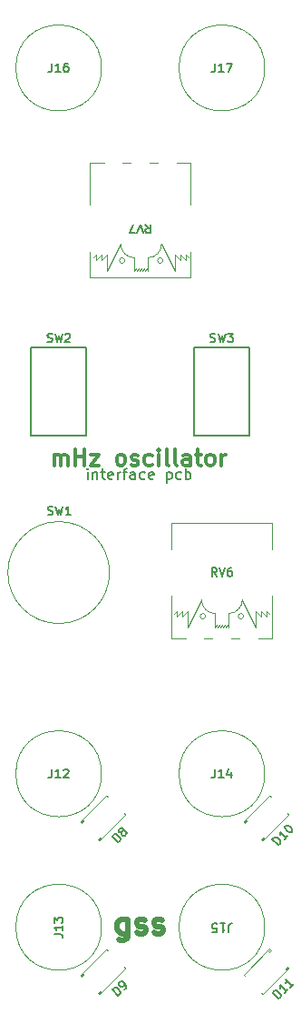
<source format=gbr>
%TF.GenerationSoftware,KiCad,Pcbnew,6.0.4-6f826c9f35~116~ubuntu21.10.1*%
%TF.CreationDate,2022-06-29T09:00:01+02:00*%
%TF.ProjectId,mHz_oscillator,6d487a5f-6f73-4636-996c-6c61746f722e,rev?*%
%TF.SameCoordinates,Original*%
%TF.FileFunction,Legend,Top*%
%TF.FilePolarity,Positive*%
%FSLAX46Y46*%
G04 Gerber Fmt 4.6, Leading zero omitted, Abs format (unit mm)*
G04 Created by KiCad (PCBNEW 6.0.4-6f826c9f35~116~ubuntu21.10.1) date 2022-06-29 09:00:01*
%MOMM*%
%LPD*%
G01*
G04 APERTURE LIST*
%ADD10C,0.375000*%
%ADD11C,0.150000*%
%ADD12C,0.500000*%
%ADD13C,0.120000*%
G04 APERTURE END LIST*
D10*
X-2340571Y43009428D02*
X-2340571Y44009428D01*
X-2340571Y43866571D02*
X-2269142Y43938000D01*
X-2126285Y44009428D01*
X-1911999Y44009428D01*
X-1769142Y43938000D01*
X-1697714Y43795142D01*
X-1697714Y43009428D01*
X-1697714Y43795142D02*
X-1626285Y43938000D01*
X-1483428Y44009428D01*
X-1269142Y44009428D01*
X-1126285Y43938000D01*
X-1054857Y43795142D01*
X-1054857Y43009428D01*
X-340571Y43009428D02*
X-340571Y44509428D01*
X-340571Y43795142D02*
X516571Y43795142D01*
X516571Y43009428D02*
X516571Y44509428D01*
X1088000Y44009428D02*
X1873714Y44009428D01*
X1088000Y43009428D01*
X1873714Y43009428D01*
X3802285Y43009428D02*
X3659428Y43080857D01*
X3588000Y43152285D01*
X3516571Y43295142D01*
X3516571Y43723714D01*
X3588000Y43866571D01*
X3659428Y43938000D01*
X3802285Y44009428D01*
X4016571Y44009428D01*
X4159428Y43938000D01*
X4230857Y43866571D01*
X4302285Y43723714D01*
X4302285Y43295142D01*
X4230857Y43152285D01*
X4159428Y43080857D01*
X4016571Y43009428D01*
X3802285Y43009428D01*
X4873714Y43080857D02*
X5016571Y43009428D01*
X5302285Y43009428D01*
X5445142Y43080857D01*
X5516571Y43223714D01*
X5516571Y43295142D01*
X5445142Y43438000D01*
X5302285Y43509428D01*
X5088000Y43509428D01*
X4945142Y43580857D01*
X4873714Y43723714D01*
X4873714Y43795142D01*
X4945142Y43938000D01*
X5088000Y44009428D01*
X5302285Y44009428D01*
X5445142Y43938000D01*
X6802285Y43080857D02*
X6659428Y43009428D01*
X6373714Y43009428D01*
X6230857Y43080857D01*
X6159428Y43152285D01*
X6088000Y43295142D01*
X6088000Y43723714D01*
X6159428Y43866571D01*
X6230857Y43938000D01*
X6373714Y44009428D01*
X6659428Y44009428D01*
X6802285Y43938000D01*
X7445142Y43009428D02*
X7445142Y44009428D01*
X7445142Y44509428D02*
X7373714Y44438000D01*
X7445142Y44366571D01*
X7516571Y44438000D01*
X7445142Y44509428D01*
X7445142Y44366571D01*
X8373714Y43009428D02*
X8230857Y43080857D01*
X8159428Y43223714D01*
X8159428Y44509428D01*
X9159428Y43009428D02*
X9016571Y43080857D01*
X8945142Y43223714D01*
X8945142Y44509428D01*
X10373714Y43009428D02*
X10373714Y43795142D01*
X10302285Y43938000D01*
X10159428Y44009428D01*
X9873714Y44009428D01*
X9730857Y43938000D01*
X10373714Y43080857D02*
X10230857Y43009428D01*
X9873714Y43009428D01*
X9730857Y43080857D01*
X9659428Y43223714D01*
X9659428Y43366571D01*
X9730857Y43509428D01*
X9873714Y43580857D01*
X10230857Y43580857D01*
X10373714Y43652285D01*
X10873714Y44009428D02*
X11445142Y44009428D01*
X11088000Y44509428D02*
X11088000Y43223714D01*
X11159428Y43080857D01*
X11302285Y43009428D01*
X11445142Y43009428D01*
X12159428Y43009428D02*
X12016571Y43080857D01*
X11945142Y43152285D01*
X11873714Y43295142D01*
X11873714Y43723714D01*
X11945142Y43866571D01*
X12016571Y43938000D01*
X12159428Y44009428D01*
X12373714Y44009428D01*
X12516571Y43938000D01*
X12588000Y43866571D01*
X12659428Y43723714D01*
X12659428Y43295142D01*
X12588000Y43152285D01*
X12516571Y43080857D01*
X12373714Y43009428D01*
X12159428Y43009428D01*
X13302285Y43009428D02*
X13302285Y44009428D01*
X13302285Y43723714D02*
X13373714Y43866571D01*
X13445142Y43938000D01*
X13588000Y44009428D01*
X13730857Y44009428D01*
D11*
X802285Y41711619D02*
X802285Y42378285D01*
X802285Y42711619D02*
X754666Y42664000D01*
X802285Y42616380D01*
X849904Y42664000D01*
X802285Y42711619D01*
X802285Y42616380D01*
X1278476Y42378285D02*
X1278476Y41711619D01*
X1278476Y42283047D02*
X1326095Y42330666D01*
X1421333Y42378285D01*
X1564190Y42378285D01*
X1659428Y42330666D01*
X1707047Y42235428D01*
X1707047Y41711619D01*
X2040380Y42378285D02*
X2421333Y42378285D01*
X2183238Y42711619D02*
X2183238Y41854476D01*
X2230857Y41759238D01*
X2326095Y41711619D01*
X2421333Y41711619D01*
X3135619Y41759238D02*
X3040380Y41711619D01*
X2849904Y41711619D01*
X2754666Y41759238D01*
X2707047Y41854476D01*
X2707047Y42235428D01*
X2754666Y42330666D01*
X2849904Y42378285D01*
X3040380Y42378285D01*
X3135619Y42330666D01*
X3183238Y42235428D01*
X3183238Y42140190D01*
X2707047Y42044952D01*
X3611809Y41711619D02*
X3611809Y42378285D01*
X3611809Y42187809D02*
X3659428Y42283047D01*
X3707047Y42330666D01*
X3802285Y42378285D01*
X3897523Y42378285D01*
X4088000Y42378285D02*
X4468952Y42378285D01*
X4230857Y41711619D02*
X4230857Y42568761D01*
X4278476Y42664000D01*
X4373714Y42711619D01*
X4468952Y42711619D01*
X5230857Y41711619D02*
X5230857Y42235428D01*
X5183238Y42330666D01*
X5088000Y42378285D01*
X4897523Y42378285D01*
X4802285Y42330666D01*
X5230857Y41759238D02*
X5135619Y41711619D01*
X4897523Y41711619D01*
X4802285Y41759238D01*
X4754666Y41854476D01*
X4754666Y41949714D01*
X4802285Y42044952D01*
X4897523Y42092571D01*
X5135619Y42092571D01*
X5230857Y42140190D01*
X6135619Y41759238D02*
X6040380Y41711619D01*
X5849904Y41711619D01*
X5754666Y41759238D01*
X5707047Y41806857D01*
X5659428Y41902095D01*
X5659428Y42187809D01*
X5707047Y42283047D01*
X5754666Y42330666D01*
X5849904Y42378285D01*
X6040380Y42378285D01*
X6135619Y42330666D01*
X6945142Y41759238D02*
X6849904Y41711619D01*
X6659428Y41711619D01*
X6564190Y41759238D01*
X6516571Y41854476D01*
X6516571Y42235428D01*
X6564190Y42330666D01*
X6659428Y42378285D01*
X6849904Y42378285D01*
X6945142Y42330666D01*
X6992761Y42235428D01*
X6992761Y42140190D01*
X6516571Y42044952D01*
X8183238Y42378285D02*
X8183238Y41378285D01*
X8183238Y42330666D02*
X8278476Y42378285D01*
X8468952Y42378285D01*
X8564190Y42330666D01*
X8611809Y42283047D01*
X8659428Y42187809D01*
X8659428Y41902095D01*
X8611809Y41806857D01*
X8564190Y41759238D01*
X8468952Y41711619D01*
X8278476Y41711619D01*
X8183238Y41759238D01*
X9516571Y41759238D02*
X9421333Y41711619D01*
X9230857Y41711619D01*
X9135619Y41759238D01*
X9088000Y41806857D01*
X9040380Y41902095D01*
X9040380Y42187809D01*
X9088000Y42283047D01*
X9135619Y42330666D01*
X9230857Y42378285D01*
X9421333Y42378285D01*
X9516571Y42330666D01*
X9945142Y41711619D02*
X9945142Y42711619D01*
X9945142Y42330666D02*
X10040380Y42378285D01*
X10230857Y42378285D01*
X10326095Y42330666D01*
X10373714Y42283047D01*
X10421333Y42187809D01*
X10421333Y41902095D01*
X10373714Y41806857D01*
X10326095Y41759238D01*
X10230857Y41711619D01*
X10040380Y41711619D01*
X9945142Y41759238D01*
D12*
X4524523Y746071D02*
X4524523Y-872976D01*
X4429285Y-1063452D01*
X4334047Y-1158690D01*
X4143571Y-1253928D01*
X3857857Y-1253928D01*
X3667380Y-1158690D01*
X4524523Y-492023D02*
X4334047Y-587261D01*
X3953095Y-587261D01*
X3762619Y-492023D01*
X3667380Y-396785D01*
X3572142Y-206309D01*
X3572142Y365119D01*
X3667380Y555595D01*
X3762619Y650833D01*
X3953095Y746071D01*
X4334047Y746071D01*
X4524523Y650833D01*
X5381666Y-492023D02*
X5572142Y-587261D01*
X5953095Y-587261D01*
X6143571Y-492023D01*
X6238809Y-301547D01*
X6238809Y-206309D01*
X6143571Y-15833D01*
X5953095Y79404D01*
X5667380Y79404D01*
X5476904Y174642D01*
X5381666Y365119D01*
X5381666Y460357D01*
X5476904Y650833D01*
X5667380Y746071D01*
X5953095Y746071D01*
X6143571Y650833D01*
X7000714Y-492023D02*
X7191190Y-587261D01*
X7572142Y-587261D01*
X7762619Y-492023D01*
X7857857Y-301547D01*
X7857857Y-206309D01*
X7762619Y-15833D01*
X7572142Y79404D01*
X7286428Y79404D01*
X7095952Y174642D01*
X7000714Y365119D01*
X7000714Y460357D01*
X7095952Y650833D01*
X7286428Y746071D01*
X7572142Y746071D01*
X7762619Y650833D01*
D11*
%TO.C,RV7*%
X6191190Y65449404D02*
X6457857Y65068452D01*
X6648333Y65449404D02*
X6648333Y64649404D01*
X6343571Y64649404D01*
X6267380Y64687500D01*
X6229285Y64725595D01*
X6191190Y64801785D01*
X6191190Y64916071D01*
X6229285Y64992261D01*
X6267380Y65030357D01*
X6343571Y65068452D01*
X6648333Y65068452D01*
X5962619Y64649404D02*
X5695952Y65449404D01*
X5429285Y64649404D01*
X5238809Y64649404D02*
X4705476Y64649404D01*
X5048333Y65449404D01*
%TO.C,D11*%
X18633098Y-6664834D02*
X18067413Y-6099148D01*
X18202100Y-5964461D01*
X18309849Y-5910586D01*
X18417599Y-5910586D01*
X18498411Y-5937524D01*
X18633098Y-6018336D01*
X18713910Y-6099148D01*
X18794722Y-6233835D01*
X18821660Y-6314647D01*
X18821660Y-6422397D01*
X18767785Y-6530147D01*
X18633098Y-6664834D01*
X19495095Y-5802837D02*
X19171846Y-6126086D01*
X19333471Y-5964461D02*
X18767785Y-5398776D01*
X18794722Y-5533463D01*
X18794722Y-5641212D01*
X18767785Y-5722025D01*
X20033843Y-5264089D02*
X19710594Y-5587337D01*
X19872219Y-5425713D02*
X19306533Y-4860028D01*
X19333471Y-4994715D01*
X19333471Y-5102464D01*
X19306533Y-5183276D01*
%TO.C,D8*%
X3648375Y7899065D02*
X3082690Y8464751D01*
X3217377Y8599438D01*
X3325126Y8653313D01*
X3432876Y8653313D01*
X3513688Y8626375D01*
X3648375Y8545563D01*
X3729187Y8464751D01*
X3810000Y8330064D01*
X3836937Y8249252D01*
X3836937Y8141502D01*
X3783062Y8033752D01*
X3648375Y7899065D01*
X3971624Y8868812D02*
X3890812Y8841875D01*
X3836937Y8841875D01*
X3756125Y8868812D01*
X3729187Y8895749D01*
X3702250Y8976562D01*
X3702250Y9030436D01*
X3729187Y9111249D01*
X3836937Y9218998D01*
X3917749Y9245936D01*
X3971624Y9245936D01*
X4052436Y9218998D01*
X4079374Y9192061D01*
X4106311Y9111249D01*
X4106311Y9057374D01*
X4079374Y8976562D01*
X3971624Y8868812D01*
X3944687Y8788000D01*
X3944687Y8734125D01*
X3971624Y8653313D01*
X4079374Y8545563D01*
X4160186Y8518626D01*
X4214061Y8518626D01*
X4294873Y8545563D01*
X4402622Y8653313D01*
X4429560Y8734125D01*
X4429560Y8788000D01*
X4402622Y8868812D01*
X4294873Y8976562D01*
X4214061Y9003499D01*
X4160186Y9003499D01*
X4079374Y8976562D01*
%TO.C,J14*%
X12687380Y14725595D02*
X12687380Y14154166D01*
X12649285Y14039880D01*
X12573095Y13963690D01*
X12458809Y13925595D01*
X12382619Y13925595D01*
X13487380Y13925595D02*
X13030238Y13925595D01*
X13258809Y13925595D02*
X13258809Y14725595D01*
X13182619Y14611309D01*
X13106428Y14535119D01*
X13030238Y14497023D01*
X14173095Y14458928D02*
X14173095Y13925595D01*
X13982619Y14763690D02*
X13792142Y14192261D01*
X14287380Y14192261D01*
%TO.C,D9*%
X3648375Y-6388434D02*
X3082690Y-5822748D01*
X3217377Y-5688061D01*
X3325126Y-5634186D01*
X3432876Y-5634186D01*
X3513688Y-5661124D01*
X3648375Y-5741936D01*
X3729187Y-5822748D01*
X3810000Y-5957435D01*
X3836937Y-6038247D01*
X3836937Y-6145997D01*
X3783062Y-6253747D01*
X3648375Y-6388434D01*
X4240998Y-5795811D02*
X4348748Y-5688061D01*
X4375685Y-5607249D01*
X4375685Y-5553374D01*
X4348748Y-5418687D01*
X4267935Y-5284000D01*
X4052436Y-5068501D01*
X3971624Y-5041563D01*
X3917749Y-5041563D01*
X3836937Y-5068501D01*
X3729187Y-5176250D01*
X3702250Y-5257063D01*
X3702250Y-5310937D01*
X3729187Y-5391750D01*
X3863874Y-5526437D01*
X3944687Y-5553374D01*
X3998561Y-5553374D01*
X4079374Y-5526437D01*
X4187123Y-5418687D01*
X4214061Y-5337875D01*
X4214061Y-5284000D01*
X4187123Y-5203188D01*
%TO.C,J17*%
X12687380Y80438095D02*
X12687380Y79866666D01*
X12649285Y79752380D01*
X12573095Y79676190D01*
X12458809Y79638095D01*
X12382619Y79638095D01*
X13487380Y79638095D02*
X13030238Y79638095D01*
X13258809Y79638095D02*
X13258809Y80438095D01*
X13182619Y80323809D01*
X13106428Y80247619D01*
X13030238Y80209523D01*
X13754047Y80438095D02*
X14287380Y80438095D01*
X13944523Y79638095D01*
%TO.C,SW1*%
X-2915666Y38413690D02*
X-2801380Y38375595D01*
X-2610904Y38375595D01*
X-2534714Y38413690D01*
X-2496619Y38451785D01*
X-2458523Y38527976D01*
X-2458523Y38604166D01*
X-2496619Y38680357D01*
X-2534714Y38718452D01*
X-2610904Y38756547D01*
X-2763285Y38794642D01*
X-2839476Y38832738D01*
X-2877571Y38870833D01*
X-2915666Y38947023D01*
X-2915666Y39023214D01*
X-2877571Y39099404D01*
X-2839476Y39137500D01*
X-2763285Y39175595D01*
X-2572809Y39175595D01*
X-2458523Y39137500D01*
X-2191857Y39175595D02*
X-2001380Y38375595D01*
X-1849000Y38947023D01*
X-1696619Y38375595D01*
X-1506142Y39175595D01*
X-782333Y38375595D02*
X-1239476Y38375595D01*
X-1010904Y38375595D02*
X-1010904Y39175595D01*
X-1087095Y39061309D01*
X-1163285Y38985119D01*
X-1239476Y38947023D01*
%TO.C,RV6*%
X12858809Y32658095D02*
X12592142Y33039047D01*
X12401666Y32658095D02*
X12401666Y33458095D01*
X12706428Y33458095D01*
X12782619Y33420000D01*
X12820714Y33381904D01*
X12858809Y33305714D01*
X12858809Y33191428D01*
X12820714Y33115238D01*
X12782619Y33077142D01*
X12706428Y33039047D01*
X12401666Y33039047D01*
X13087380Y33458095D02*
X13354047Y32658095D01*
X13620714Y33458095D01*
X14230238Y33458095D02*
X14077857Y33458095D01*
X14001666Y33420000D01*
X13963571Y33381904D01*
X13887380Y33267619D01*
X13849285Y33115238D01*
X13849285Y32810476D01*
X13887380Y32734285D01*
X13925476Y32696190D01*
X14001666Y32658095D01*
X14154047Y32658095D01*
X14230238Y32696190D01*
X14268333Y32734285D01*
X14306428Y32810476D01*
X14306428Y33000952D01*
X14268333Y33077142D01*
X14230238Y33115238D01*
X14154047Y33153333D01*
X14001666Y33153333D01*
X13925476Y33115238D01*
X13887380Y33077142D01*
X13849285Y33000952D01*
%TO.C,J12*%
X-2552619Y14725595D02*
X-2552619Y14154166D01*
X-2590714Y14039880D01*
X-2666904Y13963690D01*
X-2781190Y13925595D01*
X-2857380Y13925595D01*
X-1752619Y13925595D02*
X-2209761Y13925595D01*
X-1981190Y13925595D02*
X-1981190Y14725595D01*
X-2057380Y14611309D01*
X-2133571Y14535119D01*
X-2209761Y14497023D01*
X-1447857Y14649404D02*
X-1409761Y14687500D01*
X-1333571Y14725595D01*
X-1143095Y14725595D01*
X-1066904Y14687500D01*
X-1028809Y14649404D01*
X-990714Y14573214D01*
X-990714Y14497023D01*
X-1028809Y14382738D01*
X-1485952Y13925595D01*
X-990714Y13925595D01*
%TO.C,J15*%
X13982619Y-438095D02*
X13982619Y133333D01*
X14020714Y247619D01*
X14096904Y323809D01*
X14211190Y361904D01*
X14287380Y361904D01*
X13182619Y361904D02*
X13639761Y361904D01*
X13411190Y361904D02*
X13411190Y-438095D01*
X13487380Y-323809D01*
X13563571Y-247619D01*
X13639761Y-209523D01*
X12458809Y-438095D02*
X12839761Y-438095D01*
X12877857Y-57142D01*
X12839761Y-95238D01*
X12763571Y-133333D01*
X12573095Y-133333D01*
X12496904Y-95238D01*
X12458809Y-57142D01*
X12420714Y19047D01*
X12420714Y209523D01*
X12458809Y285714D01*
X12496904Y323809D01*
X12573095Y361904D01*
X12763571Y361904D01*
X12839761Y323809D01*
X12877857Y285714D01*
%TO.C,D10*%
X18619001Y7629691D02*
X18053316Y8195377D01*
X18188003Y8330064D01*
X18295752Y8383939D01*
X18403502Y8383939D01*
X18484314Y8357001D01*
X18619001Y8276189D01*
X18699813Y8195377D01*
X18780625Y8060690D01*
X18807563Y7979878D01*
X18807563Y7872128D01*
X18753688Y7764378D01*
X18619001Y7629691D01*
X19480998Y8491688D02*
X19157749Y8168439D01*
X19319374Y8330064D02*
X18753688Y8895749D01*
X18780625Y8761062D01*
X18780625Y8653313D01*
X18753688Y8572501D01*
X19265499Y9407560D02*
X19319374Y9461435D01*
X19400186Y9488372D01*
X19454061Y9488372D01*
X19534873Y9461435D01*
X19669560Y9380623D01*
X19804247Y9245936D01*
X19885059Y9111249D01*
X19911996Y9030436D01*
X19911996Y8976562D01*
X19885059Y8895749D01*
X19831184Y8841875D01*
X19750372Y8814937D01*
X19696497Y8814937D01*
X19615685Y8841875D01*
X19480998Y8922687D01*
X19346311Y9057374D01*
X19265499Y9192061D01*
X19238561Y9272873D01*
X19238561Y9326748D01*
X19265499Y9407560D01*
%TO.C,J16*%
X-2552619Y80438095D02*
X-2552619Y79866666D01*
X-2590714Y79752380D01*
X-2666904Y79676190D01*
X-2781190Y79638095D01*
X-2857380Y79638095D01*
X-1752619Y79638095D02*
X-2209761Y79638095D01*
X-1981190Y79638095D02*
X-1981190Y80438095D01*
X-2057380Y80323809D01*
X-2133571Y80247619D01*
X-2209761Y80209523D01*
X-1066904Y80438095D02*
X-1219285Y80438095D01*
X-1295476Y80400000D01*
X-1333571Y80361904D01*
X-1409761Y80247619D01*
X-1447857Y80095238D01*
X-1447857Y79790476D01*
X-1409761Y79714285D01*
X-1371666Y79676190D01*
X-1295476Y79638095D01*
X-1143095Y79638095D01*
X-1066904Y79676190D01*
X-1028809Y79714285D01*
X-990714Y79790476D01*
X-990714Y79980952D01*
X-1028809Y80057142D01*
X-1066904Y80095238D01*
X-1143095Y80133333D01*
X-1295476Y80133333D01*
X-1371666Y80095238D01*
X-1409761Y80057142D01*
X-1447857Y79980952D01*
%TO.C,SW2*%
X-2971666Y54521690D02*
X-2857380Y54483595D01*
X-2666904Y54483595D01*
X-2590714Y54521690D01*
X-2552619Y54559785D01*
X-2514523Y54635976D01*
X-2514523Y54712166D01*
X-2552619Y54788357D01*
X-2590714Y54826452D01*
X-2666904Y54864547D01*
X-2819285Y54902642D01*
X-2895476Y54940738D01*
X-2933571Y54978833D01*
X-2971666Y55055023D01*
X-2971666Y55131214D01*
X-2933571Y55207404D01*
X-2895476Y55245500D01*
X-2819285Y55283595D01*
X-2628809Y55283595D01*
X-2514523Y55245500D01*
X-2247857Y55283595D02*
X-2057380Y54483595D01*
X-1905000Y55055023D01*
X-1752619Y54483595D01*
X-1562142Y55283595D01*
X-1295476Y55207404D02*
X-1257380Y55245500D01*
X-1181190Y55283595D01*
X-990714Y55283595D01*
X-914523Y55245500D01*
X-876428Y55207404D01*
X-838333Y55131214D01*
X-838333Y55055023D01*
X-876428Y54940738D01*
X-1333571Y54483595D01*
X-838333Y54483595D01*
%TO.C,J13*%
X-2343095Y-647619D02*
X-1771666Y-647619D01*
X-1657380Y-685714D01*
X-1581190Y-761904D01*
X-1543095Y-876190D01*
X-1543095Y-952380D01*
X-1543095Y152380D02*
X-1543095Y-304761D01*
X-1543095Y-76190D02*
X-2343095Y-76190D01*
X-2228809Y-152380D01*
X-2152619Y-228571D01*
X-2114523Y-304761D01*
X-2343095Y419047D02*
X-2343095Y914285D01*
X-2038333Y647619D01*
X-2038333Y761904D01*
X-2000238Y838095D01*
X-1962142Y876190D01*
X-1885952Y914285D01*
X-1695476Y914285D01*
X-1619285Y876190D01*
X-1581190Y838095D01*
X-1543095Y761904D01*
X-1543095Y533333D01*
X-1581190Y457142D01*
X-1619285Y419047D01*
%TO.C,SW3*%
X12255833Y54506690D02*
X12370119Y54468595D01*
X12560595Y54468595D01*
X12636785Y54506690D01*
X12674880Y54544785D01*
X12712976Y54620976D01*
X12712976Y54697166D01*
X12674880Y54773357D01*
X12636785Y54811452D01*
X12560595Y54849547D01*
X12408214Y54887642D01*
X12332023Y54925738D01*
X12293928Y54963833D01*
X12255833Y55040023D01*
X12255833Y55116214D01*
X12293928Y55192404D01*
X12332023Y55230500D01*
X12408214Y55268595D01*
X12598690Y55268595D01*
X12712976Y55230500D01*
X12979642Y55268595D02*
X13170119Y54468595D01*
X13322500Y55040023D01*
X13474880Y54468595D01*
X13665357Y55268595D01*
X13893928Y55268595D02*
X14389166Y55268595D01*
X14122500Y54963833D01*
X14236785Y54963833D01*
X14312976Y54925738D01*
X14351071Y54887642D01*
X14389166Y54811452D01*
X14389166Y54620976D01*
X14351071Y54544785D01*
X14312976Y54506690D01*
X14236785Y54468595D01*
X14008214Y54468595D01*
X13932023Y54506690D01*
X13893928Y54544785D01*
D13*
%TO.C,RV7*%
X7344000Y71196700D02*
X6585000Y71196700D01*
X10415000Y71196700D02*
X9086000Y71196700D01*
X4844000Y71196700D02*
X4085000Y71196700D01*
X2345000Y71196700D02*
X1015000Y71196700D01*
X1015000Y62892700D02*
X1015000Y60487500D01*
X10415000Y60487500D02*
X1015000Y60487500D01*
X10415000Y71196700D02*
X10415000Y67259700D01*
X10415000Y62892700D02*
X10415000Y60487500D01*
X1015000Y71196700D02*
X1015000Y67259700D01*
%TO.C,D11*%
X19396437Y-3975471D02*
X19269158Y-3848192D01*
X19566143Y-3805766D02*
X19438863Y-3678486D01*
X17784233Y-2023856D02*
X15365928Y-4442162D01*
X17911513Y-2151136D02*
X17784233Y-2023856D01*
X15482601Y-4558834D02*
X15365928Y-4442162D01*
X19481290Y-3890618D02*
X19354010Y-3763339D01*
X17826660Y-2235989D02*
X17699381Y-2108709D01*
X19566143Y-3805766D02*
X17147837Y-6224071D01*
X17147837Y-6224071D02*
X17031165Y-6107398D01*
X17741807Y-2320841D02*
X17614528Y-2193562D01*
%TO.C,D8*%
X1773487Y8183636D02*
X1900767Y8056356D01*
X1943193Y8353341D02*
X2070472Y8226062D01*
X118857Y9838266D02*
X246137Y9710986D01*
X288563Y10007971D02*
X415842Y9880692D01*
X2537163Y12256571D02*
X2653835Y12139898D01*
X4202399Y10591334D02*
X4319072Y10474662D01*
X118857Y9838266D02*
X2537163Y12256571D01*
X1858340Y8268489D02*
X1985619Y8141209D01*
X1900767Y8056356D02*
X4319072Y10474662D01*
X203710Y9923118D02*
X330990Y9795839D01*
%TO.C,J14*%
X17335000Y14287500D02*
G75*
G03*
X17335000Y14287500I-4000000J0D01*
G01*
%TO.C,D9*%
X2537163Y-2030929D02*
X2653835Y-2147602D01*
X4202399Y-3696166D02*
X4319072Y-3812838D01*
X1943193Y-5934159D02*
X2070472Y-6061438D01*
X1858340Y-6019011D02*
X1985619Y-6146291D01*
X203710Y-4364382D02*
X330990Y-4491661D01*
X1773487Y-6103864D02*
X1900767Y-6231144D01*
X118857Y-4449234D02*
X2537163Y-2030929D01*
X1900767Y-6231144D02*
X4319072Y-3812838D01*
X118857Y-4449234D02*
X246137Y-4576514D01*
X288563Y-4279529D02*
X415842Y-4406808D01*
%TO.C,J17*%
X17335000Y80000000D02*
G75*
G03*
X17335000Y80000000I-4000000J0D01*
G01*
%TO.C,  *%
X12827000Y28194000D02*
X12700000Y27940000D01*
X17018000Y28956000D02*
X17018000Y29464000D01*
X16510000Y29464000D02*
X17018000Y28956000D01*
X13589000Y28194000D02*
X13716000Y27940000D01*
X17018000Y29464000D02*
X17526000Y28956000D01*
X13843000Y28194000D02*
X13970000Y27940000D01*
X13335000Y28194000D02*
X13208000Y27940000D01*
X17526000Y28956000D02*
X17526000Y29464000D01*
X15240000Y30480000D02*
X16510000Y27940000D01*
X9144000Y29464000D02*
X8890000Y29210000D01*
X11430000Y30480000D02*
X10160000Y27940000D01*
X9652000Y28956000D02*
X9652000Y29464000D01*
X16510000Y29464000D02*
X16510000Y29210000D01*
X10160000Y29210000D02*
X10160000Y29464000D01*
X9144000Y28956000D02*
X9144000Y29464000D01*
X13462000Y27940000D02*
X13589000Y28194000D01*
X12700000Y27940000D02*
X12700000Y29210000D01*
X13208000Y27940000D02*
X13081000Y28194000D01*
X13081000Y28194000D02*
X12954000Y27940000D01*
X13970000Y27940000D02*
X13970000Y29210000D01*
X16510000Y27940000D02*
X16510000Y29210000D01*
X13716000Y27940000D02*
X13843000Y28194000D01*
X10160000Y27940000D02*
X10160000Y29210000D01*
X17526000Y29464000D02*
X17780000Y29210000D01*
X10160000Y29464000D02*
X9652000Y28956000D01*
X9652000Y29464000D02*
X9144000Y28956000D01*
X12954000Y27940000D02*
X12827000Y28194000D01*
X13335000Y28194000D02*
X13462000Y27940000D01*
X13970000Y29210000D02*
G75*
G03*
X15240000Y30480000I1J1269999D01*
G01*
X11430000Y30480000D02*
G75*
G03*
X12700000Y29210000I1269999J-1D01*
G01*
X15367000Y28956000D02*
G75*
G03*
X15367000Y28956000I-254000J0D01*
G01*
X11811000Y28956000D02*
G75*
G03*
X11811000Y28956000I-254000J0D01*
G01*
%TO.C,SW1*%
X2845000Y33020000D02*
G75*
G03*
X2845000Y33020000I-4750000J0D01*
G01*
%TO.C,RV6*%
X8635000Y26910800D02*
X8635000Y30847800D01*
X16705000Y26910800D02*
X18035000Y26910800D01*
X18035000Y35214800D02*
X18035000Y37620000D01*
X11706000Y26910800D02*
X12465000Y26910800D01*
X18035000Y26910800D02*
X18035000Y30847800D01*
X8635000Y26910800D02*
X9964000Y26910800D01*
X8635000Y37620000D02*
X18035000Y37620000D01*
X14206000Y26910800D02*
X14965000Y26910800D01*
X8635000Y35214800D02*
X8635000Y37620000D01*
%TO.C,J12*%
X2095000Y14287500D02*
G75*
G03*
X2095000Y14287500I-4000000J0D01*
G01*
%TO.C,J15*%
X17335000Y0D02*
G75*
G03*
X17335000Y0I-4000000J0D01*
G01*
%TO.C,D10*%
X15528563Y10007971D02*
X15655842Y9880692D01*
X15358857Y9838266D02*
X15486137Y9710986D01*
X17098340Y8268489D02*
X17225619Y8141209D01*
X15443710Y9923118D02*
X15570990Y9795839D01*
X17013487Y8183636D02*
X17140767Y8056356D01*
X17777163Y12256571D02*
X17893835Y12139898D01*
X17140767Y8056356D02*
X19559072Y10474662D01*
X17183193Y8353341D02*
X17310472Y8226062D01*
X15358857Y9838266D02*
X17777163Y12256571D01*
X19442399Y10591334D02*
X19559072Y10474662D01*
%TO.C,J16*%
X2095000Y80000000D02*
G75*
G03*
X2095000Y80000000I-4000000J0D01*
G01*
D11*
%TO.C,SW2*%
X-4505000Y53947500D02*
X-4505000Y45747500D01*
X695000Y53947500D02*
X-4505000Y53947500D01*
X-4505000Y45747500D02*
X695000Y45747500D01*
X695000Y53947500D02*
X695000Y45747500D01*
D13*
%TO.C,J13*%
X2095000Y0D02*
G75*
G03*
X2095000Y0I-4000000J0D01*
G01*
D11*
%TO.C,SW3*%
X10735000Y45747500D02*
X10735000Y53947500D01*
X15935000Y53947500D02*
X10735000Y53947500D01*
X15935000Y45747500D02*
X15935000Y53947500D01*
X10735000Y45747500D02*
X15935000Y45747500D01*
D13*
%TO.C,  *%
X5664200Y61055000D02*
X5537200Y61309000D01*
X9474200Y62579000D02*
X9982200Y62071000D01*
X5918200Y61055000D02*
X6045200Y61309000D01*
X1600200Y62579000D02*
X1346200Y62325000D01*
X5283200Y61309000D02*
X5156200Y61055000D01*
X9474200Y62071000D02*
X9474200Y62579000D01*
X8966200Y61055000D02*
X8966200Y62325000D01*
X5791200Y61309000D02*
X5918200Y61055000D01*
X1600200Y62071000D02*
X1600200Y62579000D01*
X5537200Y61309000D02*
X5410200Y61055000D01*
X5156200Y61055000D02*
X5156200Y62325000D01*
X8966200Y62579000D02*
X8966200Y62325000D01*
X7696200Y63595000D02*
X8966200Y61055000D01*
X9982200Y62579000D02*
X10236200Y62325000D01*
X2616200Y62579000D02*
X2108200Y62071000D01*
X2108200Y62071000D02*
X2108200Y62579000D01*
X5791200Y61309000D02*
X5664200Y61055000D01*
X6172200Y61055000D02*
X6299200Y61309000D01*
X2616200Y62325000D02*
X2616200Y62579000D01*
X5410200Y61055000D02*
X5283200Y61309000D01*
X9982200Y62071000D02*
X9982200Y62579000D01*
X6426200Y61055000D02*
X6426200Y62325000D01*
X6045200Y61309000D02*
X6172200Y61055000D01*
X2616200Y61055000D02*
X2616200Y62325000D01*
X6299200Y61309000D02*
X6426200Y61055000D01*
X3886200Y63595000D02*
X2616200Y61055000D01*
X8966200Y62579000D02*
X9474200Y62071000D01*
X2108200Y62579000D02*
X1600200Y62071000D01*
X3886200Y63595000D02*
G75*
G03*
X5156200Y62325000I1269999J-1D01*
G01*
X6426200Y62325000D02*
G75*
G03*
X7696200Y63595000I1J1269999D01*
G01*
X7823200Y62071000D02*
G75*
G03*
X7823200Y62071000I-254000J0D01*
G01*
X4267200Y62071000D02*
G75*
G03*
X4267200Y62071000I-254000J0D01*
G01*
%TD*%
M02*

</source>
